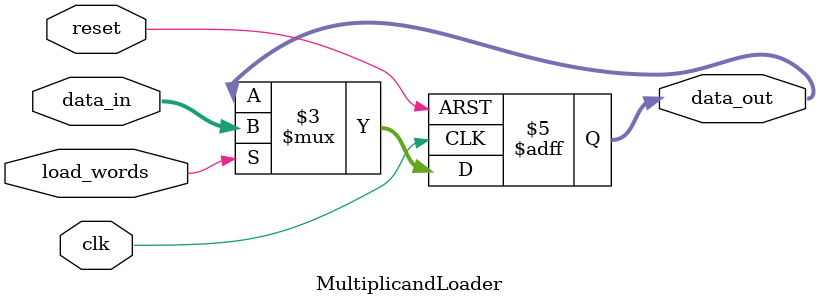
<source format=sv>
module MultiplicandLoader(
    input logic clk,           
    input logic reset,         
    input logic load_words,    
    input logic [31:0] data_in,
    output logic [31:0] data_out
);

always_ff @(posedge clk or negedge reset) begin
    if (!reset) begin
        data_out <= 32'h00000000;
    end else if (load_words) begin
        data_out <= data_in;
    end
end

endmodule
</source>
